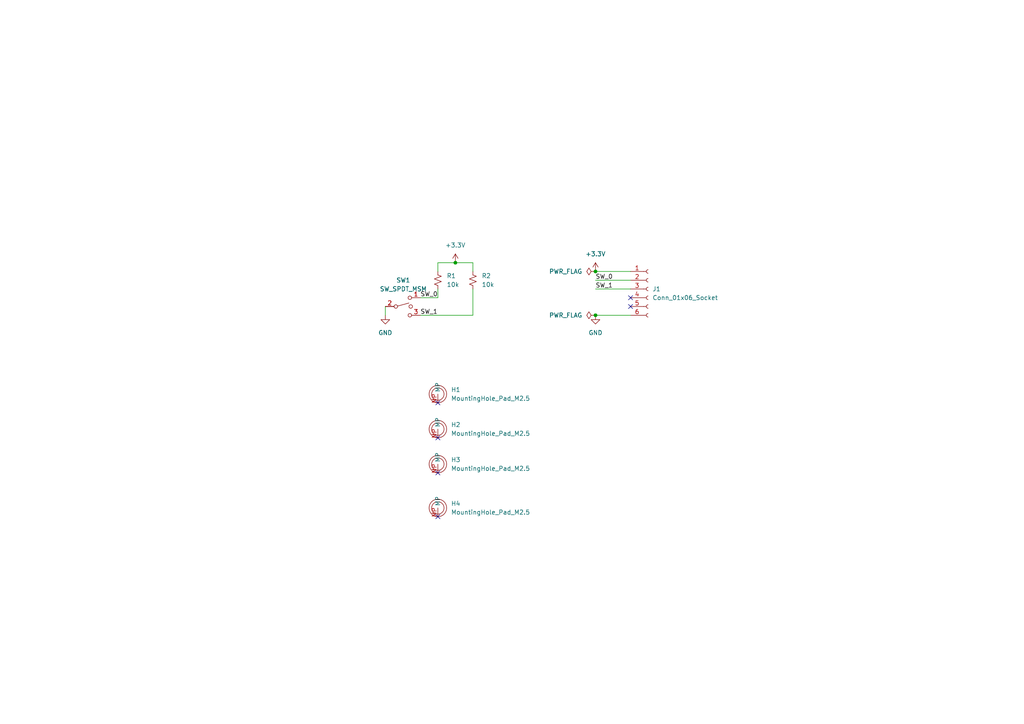
<source format=kicad_sch>
(kicad_sch (version 20230121) (generator eeschema)
  (paper "A4")
  (lib_symbols
    (symbol "Connector:Conn_01x06_Socket" (pin_names (offset 1.016) hide)
      (property "Reference" "J" (at 0 7.62 0))
      (property "Value" "Conn_01x06_Socket" (at 0 -10.16 0))
      (symbol "Conn_01x06_Socket_1_1"
        (arc (start 0 -7.112) (mid -0.5058 -7.62) (end 0 -8.128) (stroke (width 0.1524)))
        (arc (start 0 -4.572) (mid -0.5058 -5.08) (end 0 -5.588) (stroke (width 0.1524)))
        (arc (start 0 -2.032) (mid -0.5058 -2.54) (end 0 -3.048) (stroke (width 0.1524)))
        (polyline (pts (xy -1.27 -7.62) (xy -0.508 -7.62)) (stroke (width 0.1524)))
        (polyline (pts (xy -1.27 -5.08) (xy -0.508 -5.08)) (stroke (width 0.1524)))
        (polyline (pts (xy -1.27 -2.54) (xy -0.508 -2.54)) (stroke (width 0.1524)))
        (polyline (pts (xy -1.27 0) (xy -0.508 0)) (stroke (width 0.1524)))
        (polyline (pts (xy -1.27 2.54) (xy -0.508 2.54)) (stroke (width 0.1524)))
        (polyline (pts (xy -1.27 5.08) (xy -0.508 5.08)) (stroke (width 0.1524)))
        (arc (start 0 0.508) (mid -0.5058 0) (end 0 -0.508) (stroke (width 0.1524)))
        (arc (start 0 3.048) (mid -0.5058 2.54) (end 0 2.032) (stroke (width 0.1524)))
        (arc (start 0 5.588) (mid -0.5058 5.08) (end 0 4.572) (stroke (width 0.1524)))
        (pin passive line (at -5.08 5.08 0) (length 3.81) (name "Pin_1") (number "1"))
        (pin passive line (at -5.08 2.54 0) (length 3.81) (name "Pin_2") (number "2"))
        (pin passive line (at -5.08 0 0) (length 3.81) (name "Pin_3") (number "3"))
        (pin passive line (at -5.08 -2.54 0) (length 3.81) (name "Pin_4") (number "4"))
        (pin passive line (at -5.08 -5.08 0) (length 3.81) (name "Pin_5") (number "5"))
        (pin passive line (at -5.08 -7.62 0) (length 3.81) (name "Pin_6") (number "6"))
      )
    )
    (symbol "Device:R_Small_US" (pin_numbers hide) (pin_names (offset 0.254) hide)
      (property "Reference" "R" (at 0.762 0.508 0))
      (property "Value" "R_Small_US" (at 0.762 -1.016 0))
      (symbol "R_Small_US_1_1"
        (polyline (pts (xy 0 0) (xy 1.016 -0.381) (xy 0 -0.762) (xy -1.016 -1.143) (xy 0 -1.524)))
        (polyline (pts (xy 0 1.524) (xy 1.016 1.143) (xy 0 0.762) (xy -1.016 0.381) (xy 0 0)))
        (pin passive line (at 0 2.54 270) (length 1.016) (name "~") (number "1"))
        (pin passive line (at 0 -2.54 90) (length 1.016) (name "~") (number "2"))
      )
    )
    (symbol "MPP_Mechanical:MountingHole_Pad_M2.5"
      (property "Reference" "H" (at 2.54 2.54 0))
      (property "Value" "MountingHole_Pad_M2.5" (at 0 4.445 0))
      (symbol "MountingHole_Pad_M2.5_0_1"
        (circle (center 0 0) (radius 2.54))
      )
      (symbol "MountingHole_Pad_M2.5_1_1"
        (circle (center 0 0) (radius 1.7961))
        (pin passive line (at 0 -2.54 90) (length 2.54) (name "MP") (number "MP"))
      )
    )
    (symbol "Switch:SW_SPDT_MSM" (pin_names (offset 0) hide)
      (property "Reference" "SW" (at 0 5.08 0))
      (property "Value" "SW_SPDT_MSM" (at 0 -5.08 0))
      (symbol "SW_SPDT_MSM_0_0"
        (circle (center -2.032 0) (radius 0.508))
        (polyline (pts (xy -1.524 0.127) (xy 1.778 1.016)))
        (circle (center 2.032 -2.54) (radius 0.508))
      )
      (symbol "SW_SPDT_MSM_0_1"
        (circle (center 2.032 2.54) (radius 0.508))
        (circle (center 2.286 0) (radius 0.508))
      )
      (symbol "SW_SPDT_MSM_1_1"
        (pin passive line (at 5.08 2.54 180) (length 2.54) (name "1") (number "1"))
        (pin passive line (at -5.08 0 0) (length 2.54) (name "2") (number "2"))
        (pin passive line (at 5.08 -2.54 180) (length 2.54) (name "3") (number "3"))
      )
    )
    (symbol "power:+3.3V" (power) (pin_names (offset 0))
      (property "Value" "+3.3V" (at 0 3.556 0))
      (symbol "+3.3V_0_1"
        (polyline (pts (xy -0.762 1.27) (xy 0 2.54)))
        (polyline (pts (xy 0 0) (xy 0 2.54)))
        (polyline (pts (xy 0 2.54) (xy 0.762 1.27)))
      )
      (symbol "+3.3V_1_1"
        (pin power_in line (at 0 0 90) (length 0) hide (name "+3.3V") (number "1"))
      )
    )
    (symbol "power:GND" (power) (pin_names (offset 0))
      (property "Value" "GND" (at 0 -3.81 0))
      (symbol "GND_0_1"
        (polyline (pts (xy 0 0) (xy 0 -1.27) (xy 1.27 -1.27) (xy 0 -2.54) (xy -1.27 -1.27) (xy 0 -1.27)))
      )
      (symbol "GND_1_1"
        (pin power_in line (at 0 0 270) (length 0) hide (name "GND") (number "1"))
      )
    )
    (symbol "power:PWR_FLAG" (power) (pin_numbers hide) (pin_names (offset 0) hide)
      (property "Value" "PWR_FLAG" (at 0 3.81 0))
      (symbol "PWR_FLAG_0_0"
        (pin power_out line (at 0 0 90) (length 0) (name "pwr") (number "1"))
      )
      (symbol "PWR_FLAG_0_1"
        (polyline (pts (xy 0 0) (xy 0 1.27) (xy -1.016 1.905) (xy 0 2.54) (xy 1.016 1.905) (xy 0 1.27)))
      )
    )
  )
  (junction (at 132.08 76.2))
  (junction (at 172.72 91.44))
  (junction (at 172.72 78.74))
  (no_connect (at 127 137.16))
  (no_connect (at 182.88 88.9))
  (no_connect (at 127 127))
  (no_connect (at 182.88 86.36))
  (no_connect (at 127 116.84))
  (no_connect (at 127 149.86))
  (wire (pts (xy 172.72 91.44) (xy 182.88 91.44)))
  (wire (pts (xy 137.16 78.74) (xy 137.16 76.2)))
  (wire (pts (xy 121.92 91.44) (xy 137.16 91.44)))
  (wire (pts (xy 137.16 76.2) (xy 132.08 76.2)))
  (wire (pts (xy 172.72 81.28) (xy 182.88 81.28)))
  (wire (pts (xy 127 86.36) (xy 127 83.82)))
  (wire (pts (xy 121.92 86.36) (xy 127 86.36)))
  (wire (pts (xy 137.16 91.44) (xy 137.16 83.82)))
  (wire (pts (xy 111.76 88.9) (xy 111.76 91.44)))
  (wire (pts (xy 127 76.2) (xy 132.08 76.2)))
  (wire (pts (xy 172.72 78.74) (xy 182.88 78.74)))
  (wire (pts (xy 172.72 83.82) (xy 182.88 83.82)))
  (wire (pts (xy 127 78.74) (xy 127 76.2)))
  (label "SW_0" (at 121.92 86.36 0))
  (label "SW_1" (at 121.92 91.44 0))
  (label "SW_0" (at 172.72 81.28 0))
  (label "SW_1" (at 172.72 83.82 0))
  (symbol (lib_id "power:GND") (at 172.72 91.44 0) (unit 1)
    (property "Reference" "#PWR04" (effects hide))
    (property "Value" "GND" (at 172.72 96.52 0))
  )
  (symbol (lib_id "Device:R_Small_US") (at 127 81.28 0) (unit 1)
    (property "Reference" "R1" (at 129.54 80.01 0) (effects (justify left)))
    (property "Value" "10k" (at 129.54 82.55 0) (effects (justify left)))
    (property "Footprint" "Resistor_SMD:R_0805_2012Metric_Pad1.20x1.40mm_HandSolder" (effects hide))
  )
  (symbol (lib_id "MPP_Mechanical:MountingHole_Pad_M2.5") (at 127 114.3 0) (unit 1)
    (property "Reference" "H1" (at 130.81 113.03 0) (effects (justify left)))
    (property "Value" "MountingHole_Pad_M2.5" (at 130.81 115.57 0) (effects (justify left)))
    (property "Footprint" "MPP_MountingHole:Adafruit_MountingHole_M2.5_Plated" (effects hide))
  )
  (symbol (lib_id "MPP_Mechanical:MountingHole_Pad_M2.5") (at 127 134.62 0) (unit 1)
    (property "Reference" "H3" (at 130.81 133.35 0) (effects (justify left)))
    (property "Value" "MountingHole_Pad_M2.5" (at 130.81 135.89 0) (effects (justify left)))
    (property "Footprint" "MPP_MountingHole:Adafruit_MountingHole_M2.5_Plated" (effects hide))
  )
  (symbol (lib_id "MPP_Mechanical:MountingHole_Pad_M2.5") (at 127 124.46 0) (unit 1)
    (property "Reference" "H2" (at 130.81 123.19 0) (effects (justify left)))
    (property "Value" "MountingHole_Pad_M2.5" (at 130.81 125.73 0) (effects (justify left)))
    (property "Footprint" "MPP_MountingHole:Adafruit_MountingHole_M2.5_Plated" (effects hide))
  )
  (symbol (lib_id "Device:R_Small_US") (at 137.16 81.28 0) (unit 1)
    (property "Reference" "R2" (at 139.7 80.01 0) (effects (justify left)))
    (property "Value" "10k" (at 139.7 82.55 0) (effects (justify left)))
    (property "Footprint" "Resistor_SMD:R_0805_2012Metric_Pad1.20x1.40mm_HandSolder" (effects hide))
  )
  (symbol (lib_id "power:+3.3V") (at 132.08 76.2 0) (unit 1)
    (property "Reference" "#PWR02" (effects hide))
    (property "Value" "+3.3V" (at 132.08 71.12 0))
  )
  (symbol (lib_id "Switch:SW_SPDT_MSM") (at 116.84 88.9 0) (unit 1)
    (property "Reference" "SW1" (at 116.967 81.28 0))
    (property "Value" "SW_SPDT_MSM" (at 116.967 83.82 0))
    (property "Footprint" "MPP_Button_Switch_THT:NKK_SW_BxxAB" (effects hide))
  )
  (symbol (lib_id "power:GND") (at 111.76 91.44 0) (unit 1)
    (property "Reference" "#PWR01" (effects hide))
    (property "Value" "GND" (at 111.76 96.52 0))
  )
  (symbol (lib_id "power:PWR_FLAG") (at 172.72 78.74 90) (unit 1)
    (property "Reference" "#FLG01" (effects hide))
    (property "Value" "PWR_FLAG" (at 168.91 78.74 90) (effects (justify left)))
  )
  (symbol (lib_id "MPP_Mechanical:MountingHole_Pad_M2.5") (at 127 147.32 0) (unit 1)
    (property "Reference" "H4" (at 130.81 146.05 0) (effects (justify left)))
    (property "Value" "MountingHole_Pad_M2.5" (at 130.81 148.59 0) (effects (justify left)))
    (property "Footprint" "MPP_MountingHole:Adafruit_MountingHole_M2.5_Plated" (effects hide))
  )
  (symbol (lib_id "power:+3.3V") (at 172.72 78.74 0) (unit 1)
    (property "Reference" "#PWR03" (effects hide))
    (property "Value" "+3.3V" (at 172.72 73.66 0))
  )
  (symbol (lib_id "power:PWR_FLAG") (at 172.72 91.44 90) (unit 1)
    (property "Reference" "#FLG02" (effects hide))
    (property "Value" "PWR_FLAG" (at 168.91 91.44 90) (effects (justify left)))
  )
  (symbol (lib_id "Connector:Conn_01x06_Socket") (at 187.96 83.82 0) (unit 1)
    (property "Reference" "J1" (at 189.23 83.82 0) (effects (justify left)))
    (property "Value" "Conn_01x06_Socket" (at 189.23 86.36 0) (effects (justify left)))
    (property "Footprint" "Connector_FFC-FPC:Hirose_FH12-6S-0.5SH_1x06-1MP_P0.50mm_Horizontal" (effects hide))
  )
)
</source>
